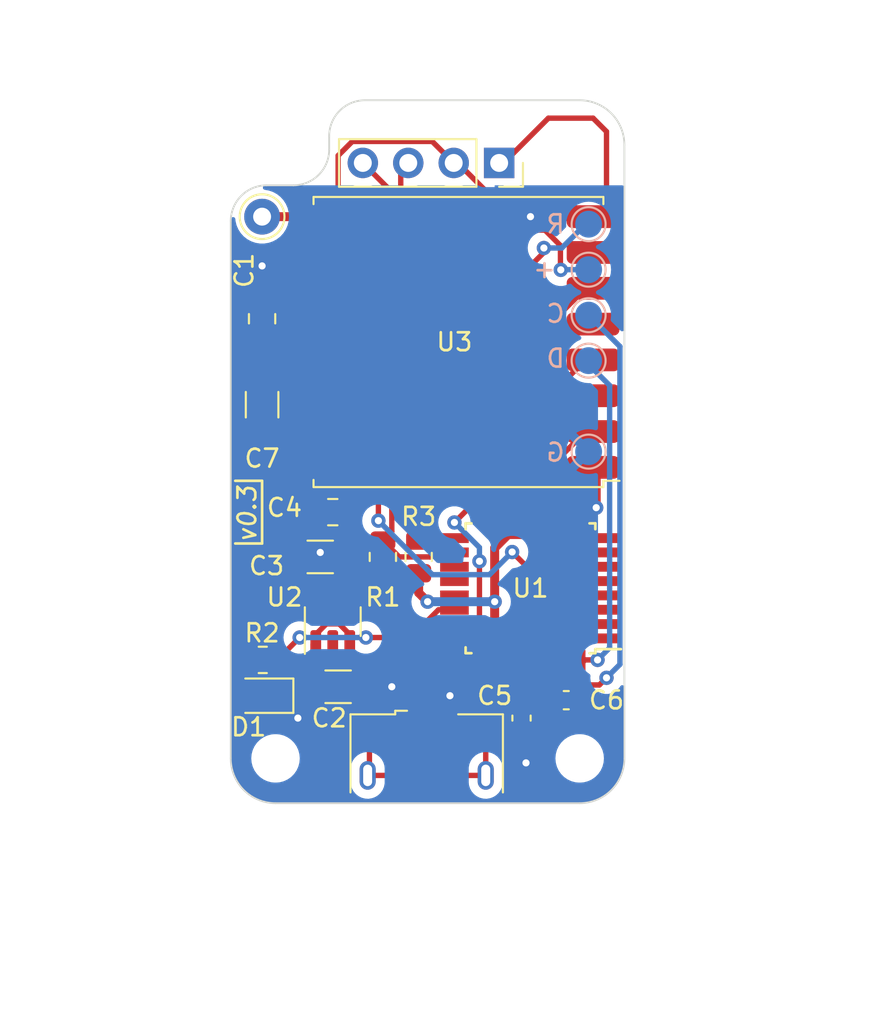
<source format=kicad_pcb>
(kicad_pcb (version 20221018) (generator pcbnew)
  (layers (0 "F.Cu" signal) (31 "B.Cu" signal) (34 "B.Paste" user) (35 "F.Paste" user) (36 "B.SilkS" user "B.Silkscreen") (37 "F.SilkS" user "F.Silkscreen") (38 "B.Mask" user) (39 "F.Mask" user) (44 "Edge.Cuts" user))
  (net 0 "")
  (net 1 "+5V")
  (net 2 "GND")
  (net 3 "+3.3V")
  (net 4 "/SWDIO")
  (net 5 "/SDA")
  (net 6 "/SCL")
  (net 7 "/D-")
  (net 8 "/D+")
  (net 17 "/RESET")
  (net 18 "/SWCLK")
  (net 20 "/MISO")
  (net 21 "/MOSI")
  (net 22 "/SCK")
  (net 23 "/CSN")
  (net 24 "/RST")
  (net 26 "/ANT")
  (net 29 "/INTR")
  (net 35 "/LED")
  (net 36 "/LED_PIN")
  (net 37 "/VDDCORE")
  (net 38 "unconnected-(J3-Shield-Pad6)")
  (footprint "Capacitor_SMD:C_1206_3216Metric" (layer "F.Cu") (at 134.25 93.25)
    (fp_text reference "C2" (at -0.5 1.75) (layer "F.SilkS"))
    (fp_text value "10uF")
    (fp_line (start -0.711252 -0.91) (end 0.711252 -0.91) (stroke (width 0.12)) (layer "F.SilkS"))
    (fp_line (start -0.711252 0.91) (end 0.711252 0.91) (stroke (width 0.12)) (layer "F.SilkS"))
    (pad "1" smd roundrect (at -1.475 0) (size 1.15 1.8) (layers "F.Cu" "F.Paste" "F.Mask") (roundrect_rratio 0.217391) (net 1 "+5V"))
    (pad "2" smd roundrect (at 1.475 0) (size 1.15 1.8) (layers "F.Cu" "F.Paste" "F.Mask") (roundrect_rratio 0.217391) (net 2 "GND"))
  )
  (footprint "Resistor_SMD:R_0805_2012Metric" (layer "F.Cu") (at 138.75 86 90)
    (fp_text reference "R3" (at 2.25 0 180) (layer "F.SilkS"))
    (fp_text value "10k")
    (fp_line (start -0.227064 -0.735) (end 0.227064 -0.735) (stroke (width 0.12)) (layer "F.SilkS"))
    (fp_line (start -0.227064 0.735) (end 0.227064 0.735) (stroke (width 0.12)) (layer "F.SilkS"))
    (pad "1" smd roundrect (at -0.9125 0 90) (size 1.025 1.4) (layers "F.Cu" "F.Paste" "F.Mask") (roundrect_rratio 0.243902) (net 3 "+3.3V"))
    (pad "2" smd roundrect (at 0.9125 0 90) (size 1.025 1.4) (layers "F.Cu" "F.Paste" "F.Mask") (roundrect_rratio 0.243902) (net 5 "/SDA"))
  )
  (footprint "Connector_Pin:Pin_D1.0mm_L10.0mm" (layer "F.Cu") (at 130 67)
    (fp_text reference "ANT1")
    (fp_text value "Conn_01x01_Pin")
    (fp_circle (center 0 0) (end 1.25 0.05) (stroke (width 0.12)) (fill none) (layer "F.SilkS"))
    (pad "1" thru_hole circle (at 0 0) (size 2 2) (drill 1) (layers "*.Cu" "*.Mask") (net 26 "/ANT"))
  )
  (footprint "Resistor_SMD:R_0805_2012Metric" (layer "F.Cu") (at 130.0375 91.75)
    (fp_text reference "R2" (at -0.0375 -1.5 180) (layer "F.SilkS"))
    (fp_text value "5.1k")
    (fp_line (start -0.227064 -0.735) (end 0.227064 -0.735) (stroke (width 0.12)) (layer "F.SilkS"))
    (fp_line (start -0.227064 0.735) (end 0.227064 0.735) (stroke (width 0.12)) (layer "F.SilkS"))
    (pad "1" smd roundrect (at -0.9125 0) (size 1.025 1.4) (layers "F.Cu" "F.Paste" "F.Mask") (roundrect_rratio 0.243902) (net 35 "/LED"))
    (pad "2" smd roundrect (at 0.9125 0) (size 1.025 1.4) (layers "F.Cu" "F.Paste" "F.Mask") (roundrect_rratio 0.243902) (net 36 "/LED_PIN"))
  )
  (footprint "MountingHole:MountingHole_2.2mm_M2" (layer "F.Cu") (at 147.75 97.25)
    (fp_text reference "H3" hide)
    (fp_text value "MountingHole")
    (pad "" np_thru_hole circle (at 0 0) (size 2.2 2.2) (drill 2.2) (layers "*.Cu" "*.Mask"))
  )
  (footprint "Connector_PinSocket_2.54mm:PinSocket_1x04_P2.54mm_Vertical" (layer "F.Cu") (at 143.25 64 -90)
    (fp_text reference "J1")
    (fp_text value "Conn_01x04_Socket")
    (fp_line (start -1.33 1.27) (end -1.33 8.95) (stroke (width 0.12)) (layer "F.SilkS"))
    (fp_line (start -1.33 1.27) (end 1.33 1.27) (stroke (width 0.12)) (layer "F.SilkS"))
    (fp_line (start -1.33 8.95) (end 1.33 8.95) (stroke (width 0.12)) (layer "F.SilkS"))
    (fp_line (start 0 -1.33) (end 1.33 -1.33) (stroke (width 0.12)) (layer "F.SilkS"))
    (fp_line (start 1.33 -1.33) (end 1.33 0) (stroke (width 0.12)) (layer "F.SilkS"))
    (fp_line (start 1.33 1.27) (end 1.33 8.95) (stroke (width 0.12)) (layer "F.SilkS"))
    (pad "1" thru_hole rect (at 0 0 270) (size 1.7 1.7) (drill 1) (layers "*.Cu" "*.Mask") (net 2 "GND"))
    (pad "2" thru_hole oval (at 0 2.54 270) (size 1.7 1.7) (drill 1) (layers "*.Cu" "*.Mask") (net 3 "+3.3V"))
    (pad "3" thru_hole oval (at 0 5.08 270) (size 1.7 1.7) (drill 1) (layers "*.Cu" "*.Mask") (net 5 "/SDA"))
    (pad "4" thru_hole oval (at 0 7.62 270) (size 1.7 1.7) (drill 1) (layers "*.Cu" "*.Mask") (net 6 "/SCL"))
  )
  (footprint "LED_SMD:LED_0805_2012Metric" (layer "F.Cu") (at 130.0625 93.75 180)
    (fp_text reference "D1" (at 0.8125 -1.75 180) (layer "F.SilkS"))
    (fp_text value "LED")
    (fp_line (start -1.685 -0.96) (end -1.685 0.96) (stroke (width 0.12)) (layer "F.SilkS"))
    (fp_line (start -1.685 0.96) (end 1 0.96) (stroke (width 0.12)) (layer "F.SilkS"))
    (fp_line (start 1 -0.96) (end -1.685 -0.96) (stroke (width 0.12)) (layer "F.SilkS"))
    (pad "1" smd roundrect (at -0.9375 0 180) (size 0.975 1.4) (layers "F.Cu" "F.Paste" "F.Mask") (net 2 "GND"))
    (pad "2" smd roundrect (at 0.9375 0 180) (size 0.975 1.4) (layers "F.Cu" "F.Paste" "F.Mask") (net 35 "/LED"))
  )
  (footprint "RF_Module:HOPERF_RFM9XW_SMD" (layer "F.Cu") (at 140.975 74 180)
    (fp_text reference "U3" (at 0.225 0) (layer "F.SilkS"))
    (fp_text value "RFM69HCW")
    (fp_line (start -8.1 -8.1) (end -8.1 -7.75) (stroke (width 0.12)) (layer "F.SilkS"))
    (fp_line (start -8.1 -8.1) (end 8.1 -8.1) (stroke (width 0.12)) (layer "F.SilkS"))
    (fp_line (start -8.1 -7.75) (end -9 -7.75) (stroke (width 0.12)) (layer "F.SilkS"))
    (fp_line (start -8.1 7.7) (end -8.1 8.1) (stroke (width 0.12)) (layer "F.SilkS"))
    (fp_line (start -8.1 8.1) (end 8.1 8.1) (stroke (width 0.12)) (layer "F.SilkS"))
    (fp_line (start 8.1 -8.1) (end 8.1 -7.7) (stroke (width 0.12)) (layer "F.SilkS"))
    (fp_line (start 8.1 8.1) (end 8.1 7.7) (stroke (width 0.12)) (layer "F.SilkS"))
    (pad "1" smd roundrect (at -7.525 -7 180) (size 2.95 1.27) (layers "F.Cu" "F.Paste" "F.Mask") (net 2 "GND"))
    (pad "2" smd roundrect (at -7.525 -5 180) (size 2.95 1.27) (layers "F.Cu" "F.Paste" "F.Mask") (net 20 "/MISO"))
    (pad "3" smd roundrect (at -7.525 -3 180) (size 2.95 1.27) (layers "F.Cu" "F.Paste" "F.Mask") (net 21 "/MOSI"))
    (pad "4" smd roundrect (at -7.525 -1 180) (size 2.95 1.27) (layers "F.Cu" "F.Paste" "F.Mask") (net 22 "/SCK"))
    (pad "5" smd roundrect (at -7.525 1 180) (size 2.95 1.27) (layers "F.Cu" "F.Paste" "F.Mask") (net 23 "/CSN"))
    (pad "6" smd roundrect (at -7.525 3 180) (size 2.95 1.27) (layers "F.Cu" "F.Paste" "F.Mask") (net 24 "/RST"))
    (pad "7" smd roundrect (at -7.525 5 180) (size 2.95 1.27) (layers "F.Cu" "F.Paste" "F.Mask"))
    (pad "8" smd roundrect (at -7.525 7 180) (size 2.95 1.27) (layers "F.Cu" "F.Paste" "F.Mask") (net 2 "GND"))
    (pad "9" smd roundrect (at 7.525 7 180) (size 2.95 1.27) (layers "F.Cu" "F.Paste" "F.Mask") (net 26 "/ANT"))
    (pad "10" smd roundrect (at 7.525 5 180) (size 2.95 1.27) (layers "F.Cu" "F.Paste" "F.Mask") (net 2 "GND"))
    (pad "11" smd roundrect (at 7.525 3 180) (size 2.95 1.27) (layers "F.Cu" "F.Paste" "F.Mask"))
    (pad "12" smd roundrect (at 7.525 1 180) (size 2.95 1.27) (layers "F.Cu" "F.Paste" "F.Mask"))
    (pad "13" smd roundrect (at 7.525 -1 180) (size 2.95 1.27) (layers "F.Cu" "F.Paste" "F.Mask") (net 3 "+3.3V"))
    (pad "14" smd roundrect (at 7.525 -3 180) (size 2.95 1.27) (layers "F.Cu" "F.Paste" "F.Mask") (net 29 "/INTR"))
    (pad "15" smd roundrect (at 7.525 -5 180) (size 2.95 1.27) (layers "F.Cu" "F.Paste" "F.Mask"))
    (pad "16" smd roundrect (at 7.525 -7 180) (size 2.95 1.27) (layers "F.Cu" "F.Paste" "F.Mask"))
  )
  (footprint "Capacitor_SMD:C_0603_1608Metric" (layer "F.Cu") (at 144.5 95 -90)
    (fp_text reference "C5" (at -1.25 1.5 -180) (layer "F.SilkS"))
    (fp_text value "1uF")
    (fp_line (start -0.14058 -0.51) (end 0.14058 -0.51) (stroke (width 0.12)) (layer "F.SilkS"))
    (fp_line (start -0.14058 0.51) (end 0.14058 0.51) (stroke (width 0.12)) (layer "F.SilkS"))
    (pad "1" smd roundrect (at -0.775 0 270) (size 0.9 0.95) (layers "F.Cu" "F.Paste" "F.Mask") (net 37 "/VDDCORE"))
    (pad "2" smd roundrect (at 0.775 0 270) (size 0.9 0.95) (layers "F.Cu" "F.Paste" "F.Mask") (net 2 "GND"))
  )
  (footprint "Package_TO_SOT_SMD:SOT-23-5" (layer "F.Cu") (at 133.95 89.6125 90)
    (fp_text reference "U2" (at 1.3625 -2.7) (layer "F.SilkS"))
    (fp_text value "AP2112K-3.3")
    (fp_line (start 0 -1.56) (end -1.8 -1.56) (stroke (width 0.12)) (layer "F.SilkS"))
    (fp_line (start 0 -1.56) (end 0.8 -1.56) (stroke (width 0.12)) (layer "F.SilkS"))
    (fp_line (start 0 1.56) (end -0.8 1.56) (stroke (width 0.12)) (layer "F.SilkS"))
    (fp_line (start 0 1.56) (end 0.8 1.56) (stroke (width 0.12)) (layer "F.SilkS"))
    (pad "1" smd roundrect (at -1.1375 -0.95 90) (size 1.325 0.6) (layers "F.Cu" "F.Paste" "F.Mask") (net 1 "+5V"))
    (pad "2" smd roundrect (at -1.1375 0 90) (size 1.325 0.6) (layers "F.Cu" "F.Paste" "F.Mask") (net 2 "GND"))
    (pad "3" smd roundrect (at -1.1375 0.95 90) (size 1.325 0.6) (layers "F.Cu" "F.Paste" "F.Mask") (net 1 "+5V"))
    (pad "4" smd roundrect (at 1.1375 0.95 90) (size 1.325 0.6) (layers "F.Cu" "F.Paste" "F.Mask"))
    (pad "5" smd roundrect (at 1.1375 -0.95 90) (size 1.325 0.6) (layers "F.Cu" "F.Paste" "F.Mask") (net 3 "+3.3V"))
  )
  (footprint "MountingHole:MountingHole_2.2mm_M2" (layer "F.Cu") (at 147.75 63)
    (fp_text reference "H1" hide)
    (fp_text value "MountingHole")
    (pad "" np_thru_hole circle (at 0 0) (size 2.2 2.2) (drill 2.2) (layers "*.Cu" "*.Mask"))
  )
  (footprint "Connector_USB:USB_Micro-B_Amphenol_10118193-0001LF_Horizontal" (layer "F.Cu") (at 139.2 98.2)
    (fp_text reference "J3")
    (fp_text value "USB_B_Micro")
    (fp_line (start -4.26 -3.41) (end -4.26 0.95) (stroke (width 0.12)) (layer "F.SilkS"))
    (fp_line (start -4.26 -3.41) (end -1.76 -3.41) (stroke (width 0.12)) (layer "F.SilkS"))
    (fp_line (start -1.76 -3.41) (end -1.76 -3.61) (stroke (width 0.12)) (layer "F.SilkS"))
    (fp_line (start -1.1 -3.61) (end -1.76 -3.61) (stroke (width 0.12)) (layer "F.SilkS"))
    (fp_line (start 1.76 -3.41) (end 4.26 -3.41) (stroke (width 0.12)) (layer "F.SilkS"))
    (fp_line (start 4.26 -3.41) (end 4.26 0.95) (stroke (width 0.12)) (layer "F.SilkS"))
    (pad "1" smd roundrect (at -1.3 -2.675) (size 0.4 1.35) (layers "F.Cu" "F.Paste" "F.Mask") (net 1 "+5V"))
    (pad "2" smd roundrect (at -0.65 -2.675) (size 0.4 1.35) (layers "F.Cu" "F.Paste" "F.Mask") (net 7 "/D-"))
    (pad "3" smd roundrect (at 0 -2.675) (size 0.4 1.35) (layers "F.Cu" "F.Paste" "F.Mask") (net 8 "/D+"))
    (pad "4" smd roundrect (at 0.65 -2.675) (size 0.4 1.35) (layers "F.Cu" "F.Paste" "F.Mask"))
    (pad "5" smd roundrect (at 1.3 -2.675) (size 0.4 1.35) (layers "F.Cu" "F.Paste" "F.Mask") (net 2 "GND"))
    (pad "6" thru_hole oval (at -3.3 0 90) (size 1.6 0.9) (drill oval 1.2 0.5) (layers "*.Cu" "*.Mask" "F.Paste") (net 38 "unconnected-(J3-Shield-Pad6)"))
    (pad "6" smd roundrect (at -3.2 -2.45) (size 1.6 1.4) (layers "F.Cu" "F.Paste" "F.Mask") (roundrect_rratio 0.1785714286) (net 38 "unconnected-(J3-Shield-Pad6)"))
    (pad "6" smd roundrect (at -1.2 0) (size 1.9 1.9) (layers "F.Cu" "F.Paste" "F.Mask") (roundrect_rratio 0.1315789474) (net 38 "unconnected-(J3-Shield-Pad6)"))
    (pad "6" smd roundrect (at 1.2 0) (size 1.9 1.9) (layers "F.Cu" "F.Paste" "F.Mask") (roundrect_rratio 0.1315789474) (net 38 "unconnected-(J3-Shield-Pad6)"))
    (pad "6" smd roundrect (at 3.2 -2.45) (size 1.6 1.4) (layers "F.Cu" "F.Paste" "F.Mask") (roundrect_rratio 0.1785714286) (net 38 "unconnected-(J3-Shield-Pad6)"))
    (pad "6" thru_hole oval (at 3.3 0 90) (size 1.6 0.9) (drill oval 1.2 0.5) (layers "*.Cu" "*.Mask" "F.Paste") (net 38 "unconnected-(J3-Shield-Pad6)"))
  )
  (footprint "Capacitor_SMD:C_0603_1608Metric" (layer "F.Cu") (at 147 94)
    (fp_text reference "C6" (at 2.25 0) (layer "F.SilkS"))
    (fp_text value "0.1uF")
    (fp_line (start -0.14058 -0.51) (end 0.14058 -0.51) (stroke (width 0.12)) (layer "F.SilkS"))
    (fp_line (start -0.14058 0.51) (end 0.14058 0.51) (stroke (width 0.12)) (layer "F.SilkS"))
    (pad "1" smd roundrect (at -0.775 0) (size 0.9 0.95) (layers "F.Cu" "F.Paste" "F.Mask") (net 3 "+3.3V"))
    (pad "2" smd roundrect (at 0.775 0) (size 0.9 0.95) (layers "F.Cu" "F.Paste" "F.Mask") (net 2 "GND"))
  )
  (footprint "MountingHole:MountingHole_2.2mm_M2" (layer "F.Cu") (at 130.75 97.25)
    (fp_text reference "H4" hide)
    (fp_text value "MountingHole")
    (pad "" np_thru_hole circle (at 0 0) (size 2.2 2.2) (drill 2.2) (layers "*.Cu" "*.Mask"))
  )
  (footprint "Capacitor_SMD:C_1206_3216Metric" (layer "F.Cu") (at 130 77.5 -90)
    (fp_text reference "C7" (at 3 0) (layer "F.SilkS"))
    (fp_text value "10uF")
    (fp_line (start -0.711252 -0.91) (end 0.711252 -0.91) (stroke (width 0.12)) (layer "F.SilkS"))
    (fp_line (start -0.711252 0.91) (end 0.711252 0.91) (stroke (width 0.12)) (layer "F.SilkS"))
    (pad "1" smd roundrect (at -1.475 0 270) (size 1.15 1.8) (layers "F.Cu" "F.Paste" "F.Mask") (roundrect_rratio 0.217391) (net 3 "+3.3V"))
    (pad "2" smd roundrect (at 1.475 0 270) (size 1.15 1.8) (layers "F.Cu" "F.Paste" "F.Mask") (roundrect_rratio 0.217391) (net 2 "GND"))
  )
  (footprint "Capacitor_SMD:C_0805_2012Metric" (layer "F.Cu") (at 133.95 83.5)
    (fp_text reference "C4" (at -2.7 -0.25) (layer "F.SilkS"))
    (fp_text value "1uF")
    (fp_line (start -0.261252 -0.735) (end 0.261252 -0.735) (stroke (width 0.12)) (layer "F.SilkS"))
    (fp_line (start -0.261252 0.735) (end 0.261252 0.735) (stroke (width 0.12)) (layer "F.SilkS"))
    (pad "1" smd roundrect (at -0.95 0) (size 1 1.45) (layers "F.Cu" "F.Paste" "F.Mask") (net 3 "+3.3V"))
    (pad "2" smd roundrect (at 0.95 0) (size 1 1.45) (layers "F.Cu" "F.Paste" "F.Mask") (net 2 "GND"))
  )
  (footprint "Package_QFP:TQFP-32_7x7mm_P0.8mm" (layer "F.Cu") (at 145 87.75 180)
    (fp_text reference "U1" (at 0 0) (layer "F.SilkS"))
    (fp_text value "ATSAMD21E18A-A")
    (fp_line (start -3.625 -3.625) (end -3.625 -3.4) (stroke (width 0.15)) (layer "F.SilkS"))
    (fp_line (start -3.625 -3.625) (end -3.3 -3.625) (stroke (width 0.15)) (layer "F.SilkS"))
    (fp_line (start -3.625 -3.4) (end -5.05 -3.4) (stroke (width 0.15)) (layer "F.SilkS"))
    (fp_line (start -3.625 3.625) (end -3.625 3.3) (stroke (width 0.15)) (layer "F.SilkS"))
    (fp_line (start -3.625 3.625) (end -3.3 3.625) (stroke (width 0.15)) (layer "F.SilkS"))
    (fp_line (start 3.625 -3.625) (end 3.3 -3.625) (stroke (width 0.15)) (layer "F.SilkS"))
    (fp_line (start 3.625 -3.625) (end 3.625 -3.3) (stroke (width 0.15)) (layer "F.SilkS"))
    (fp_line (start 3.625 3.625) (end 3.3 3.625) (stroke (width 0.15)) (layer "F.SilkS"))
    (fp_line (start 3.625 3.625) (end 3.625 3.3) (stroke (width 0.15)) (layer "F.SilkS"))
    (pad "1" smd rect (at -4.25 -2.8 180) (size 1.6 0.55) (layers "F.Cu" "F.Paste" "F.Mask"))
    (pad "2" smd rect (at -4.25 -2 180) (size 1.6 0.55) (layers "F.Cu" "F.Paste" "F.Mask"))
    (pad "3" smd rect (at -4.25 -1.2 180) (size 1.6 0.55) (layers "F.Cu" "F.Paste" "F.Mask"))
    (pad "4" smd rect (at -4.25 -0.4 180) (size 1.6 0.55) (layers "F.Cu" "F.Paste" "F.Mask") (net 29 "/INTR"))
    (pad "5" smd rect (at -4.25 0.4 180) (size 1.6 0.55) (layers "F.Cu" "F.Paste" "F.Mask"))
    (pad "6" smd rect (at -4.25 1.2 180) (size 1.6 0.55) (layers "F.Cu" "F.Paste" "F.Mask"))
    (pad "7" smd rect (at -4.25 2 180) (size 1.6 0.55) (layers "F.Cu" "F.Paste" "F.Mask"))
    (pad "8" smd rect (at -4.25 2.8 180) (size 1.6 0.55) (layers "F.Cu" "F.Paste" "F.Mask"))
    (pad "9" smd rect (at -2.8 4.25 270) (size 1.6 0.55) (layers "F.Cu" "F.Paste" "F.Mask") (net 3 "+3.3V"))
    (pad "10" smd rect (at -2 4.25 270) (size 1.6 0.55) (layers "F.Cu" "F.Paste" "F.Mask") (net 2 "GND"))
    (pad "11" smd rect (at -1.2 4.25 270) (size 1.6 0.55) (layers "F.Cu" "F.Paste" "F.Mask"))
    (pad "12" smd rect (at -0.4 4.25 270) (size 1.6 0.55) (layers "F.Cu" "F.Paste" "F.Mask") (net 20 "/MISO"))
    (pad "13" smd rect (at 0.4 4.25 270) (size 1.6 0.55) (layers "F.Cu" "F.Paste" "F.Mask") (net 21 "/MOSI"))
    (pad "14" smd rect (at 1.2 4.25 270) (size 1.6 0.55) (layers "F.Cu" "F.Paste" "F.Mask") (net 22 "/SCK"))
    (pad "15" smd rect (at 2 4.25 270) (size 1.6 0.55) (layers "F.Cu" "F.Paste" "F.Mask") (net 23 "/CSN"))
    (pad "16" smd rect (at 2.8 4.25 270) (size 1.6 0.55) (layers "F.Cu" "F.Paste" "F.Mask") (net 24 "/RST"))
    (pad "17" smd rect (at 4.25 2.8 180) (size 1.6 0.55) (layers "F.Cu" "F.Paste" "F.Mask") (net 5 "/SDA"))
    (pad "18" smd rect (at 4.25 2 180) (size 1.6 0.55) (layers "F.Cu" "F.Paste" "F.Mask") (net 6 "/SCL"))
    (pad "19" smd rect (at 4.25 1.2 180) (size 1.6 0.55) (layers "F.Cu" "F.Paste" "F.Mask"))
    (pad "20" smd rect (at 4.25 0.4 180) (size 1.6 0.55) (layers "F.Cu" "F.Paste" "F.Mask"))
    (pad "21" smd rect (at 4.25 -0.4 180) (size 1.6 0.55) (layers "F.Cu" "F.Paste" "F.Mask"))
    (pad "22" smd rect (at 4.25 -1.2 180) (size 1.6 0.55) (layers "F.Cu" "F.Paste" "F.Mask") (net 36 "/LED_PIN"))
    (pad "23" smd rect (at 4.25 -2 180) (size 1.6 0.55) (layers "F.Cu" "F.Paste" "F.Mask") (net 7 "/D-"))
    (pad "24" smd rect (at 4.25 -2.8 180) (size 1.6 0.55) (layers "F.Cu" "F.Paste" "F.Mask") (net 8 "/D+"))
    (pad "25" smd rect (at 2.8 -4.25 270) (size 1.6 0.55) (layers "F.Cu" "F.Paste" "F.Mask"))
    (pad "26" smd rect (at 2 -4.25 270) (size 1.6 0.55) (layers "F.Cu" "F.Paste" "F.Mask") (net 17 "/RESET"))
    (pad "27" smd rect (at 1.2 -4.25 270) (size 1.6 0.55) (layers "F.Cu" "F.Paste" "F.Mask"))
    (pad "28" smd rect (at 0.4 -4.25 270) (size 1.6 0.55) (layers "F.Cu" "F.Paste" "F.Mask") (net 2 "GND"))
    (pad "29" smd rect (at -0.4 -4.25 270) (size 1.6 0.55) (layers "F.Cu" "F.Paste" "F.Mask") (net 37 "/VDDCORE"))
    (pad "30" smd rect (at -1.2 -4.25 270) (size 1.6 0.55) (layers "F.Cu" "F.Paste" "F.Mask") (net 3 "+3.3V"))
    (pad "31" smd rect (at -2 -4.25 270) (size 1.6 0.55) (layers "F.Cu" "F.Paste" "F.Mask") (net 18 "/SWCLK"))
    (pad "32" smd rect (at -2.8 -4.25 270) (size 1.6 0.55) (layers "F.Cu" "F.Paste" "F.Mask") (net 4 "/SWDIO"))
  )
  (footprint "Resistor_SMD:R_0805_2012Metric" (layer "F.Cu") (at 136.75 86 90)
    (fp_text reference "R1" (at -2.25 0 180) (layer "F.SilkS"))
    (fp_text value "10k")
    (fp_line (start -0.227064 -0.735) (end 0.227064 -0.735) (stroke (width 0.12)) (layer "F.SilkS"))
    (fp_line (start -0.227064 0.735) (end 0.227064 0.735) (stroke (width 0.12)) (layer "F.SilkS"))
    (pad "1" smd roundrect (at -0.9125 0 90) (size 1.025 1.4) (layers "F.Cu" "F.Paste" "F.Mask") (roundrect_rratio 0.243902) (net 3 "+3.3V"))
    (pad "2" smd roundrect (at 0.9125 0 90) (size 1.025 1.4) (layers "F.Cu" "F.Paste" "F.Mask") (roundrect_rratio 0.243902) (net 6 "/SCL"))
  )
  (footprint "Capacitor_SMD:C_0805_2012Metric" (layer "F.Cu") (at 130 72.7 90)
    (fp_text reference "C1" (at 2.7 -1 90) (layer "F.SilkS"))
    (fp_text value "0.1uF")
    (fp_line (start -0.261252 -0.735) (end 0.261252 -0.735) (stroke (width 0.12)) (layer "F.SilkS"))
    (fp_line (start -0.261252 0.735) (end 0.261252 0.735) (stroke (width 0.12)) (layer "F.SilkS"))
    (pad "1" smd roundrect (at -0.95 0 90) (size 1 1.45) (layers "F.Cu" "F.Paste" "F.Mask") (net 3 "+3.3V"))
    (pad "2" smd roundrect (at 0.95 0 90) (size 1 1.45) (layers "F.Cu" "F.Paste" "F.Mask") (net 2 "GND"))
  )
  (footprint "Capacitor_SMD:C_1206_3216Metric" (layer "F.Cu") (at 133.25 86)
    (fp_text reference "C3" (at -3 0.5) (layer "F.SilkS"))
    (fp_text value "10uF")
    (fp_line (start -0.711252 -0.91) (end 0.711252 -0.91) (stroke (width 0.12)) (layer "F.SilkS"))
    (fp_line (start -0.711252 0.91) (end 0.711252 0.91) (stroke (width 0.12)) (layer "F.SilkS"))
    (pad "1" smd roundrect (at -1.475 0) (size 1.15 1.8) (layers "F.Cu" "F.Paste" "F.Mask") (roundrect_rratio 0.217391) (net 3 "+3.3V"))
    (pad "2" smd roundrect (at 1.475 0) (size 1.15 1.8) (layers "F.Cu" "F.Paste" "F.Mask") (roundrect_rratio 0.217391) (net 2 "GND"))
  )
  (footprint "TestPoint:TestPoint_Pad_D1.5mm" (layer "B.Cu") (at 148.25 72.5 180)
    (fp_text reference "TP3")
    (fp_text value "TestPoint")
    (fp_circle (center 0 0) (end 0 -0.95) (stroke (width 0.12)) (fill none) (layer "B.SilkS"))
    (pad "1" smd circle (at 0 0 180) (size 1.5 1.5) (layers "B.Cu" "B.Mask") (net 18 "/SWCLK"))
  )
  (footprint "TestPoint:TestPoint_Pad_D1.5mm" (layer "B.Cu") (at 148.25 69.96 180)
    (fp_text reference "TP2")
    (fp_text value "TestPoint")
    (fp_circle (center 0 0) (end 0 -0.95) (stroke (width 0.12)) (fill none) (layer "B.SilkS"))
    (pad "1" smd circle (at 0 0 180) (size 1.5 1.5) (layers "B.Cu" "B.Mask") (net 3 "+3.3V"))
  )
  (footprint "TestPoint:TestPoint_Pad_D1.5mm" (layer "B.Cu") (at 148.25 80.12 180)
    (fp_text reference "TP5")
    (fp_text value "TestPoint")
    (fp_circle (center 0 0) (end 0 -0.95) (stroke (width 0.12)) (fill none) (layer "B.SilkS"))
    (pad "1" smd circle (at 0 0 180) (size 1.5 1.5) (layers "B.Cu" "B.Mask") (net 2 "GND"))
  )
  (footprint "TestPoint:TestPoint_Pad_D1.5mm" (layer "B.Cu") (at 148.25 67.42 180)
    (fp_text reference "TP1")
    (fp_text value "TestPoint")
    (fp_circle (center 0 0) (end 0 -0.95) (stroke (width 0.12)) (fill none) (layer "B.SilkS"))
    (pad "1" smd circle (at 0 0 180) (size 1.5 1.5) (layers "B.Cu" "B.Mask") (net 17 "/RESET"))
  )
  (footprint "TestPoint:TestPoint_Pad_D1.5mm" (layer "B.Cu") (at 148.25 75.04 180)
    (fp_text reference "TP4")
    (fp_text value "TestPoint")
    (fp_circle (center 0 0) (end 0 -0.95) (stroke (width 0.12)) (fill none) (layer "B.SilkS"))
    (pad "1" smd circle (at 0 0 180) (size 1.5 1.5) (layers "B.Cu" "B.Mask") (net 4 "/SWDIO"))
  )
  (gr_line (start 130 85.25) (end 128.5 85.25) (stroke (width 0.15)) (layer "F.SilkS"))
  (gr_line (start 128.5 81.75) (end 130 81.75) (stroke (width 0.15)) (layer "F.SilkS"))
  (gr_line (start 130 81.75) (end 130 85.25) (stroke (width 0.15)) (layer "F.SilkS"))
  (gr_arc (start 133.75 62.5) (mid 134.335786 61.085786) (end 135.75 60.5) (stroke (width 0.1)) (layer "Edge.Cuts"))
  (gr_arc (start 147.75 60.5) (mid 149.517767 61.232233) (end 150.25 63) (stroke (width 0.1)) (layer "Edge.Cuts"))
  (gr_line (start 147.75 60.5) (end 135.75 60.5) (stroke (width 0.1)) (layer "Edge.Cuts"))
  (gr_arc (start 133.75 63.25) (mid 133.164214 64.664214) (end 131.75 65.25) (stroke (width 0.1)) (layer "Edge.Cuts"))
  (gr_line (start 130.25 65.25) (end 131.75 65.25) (stroke (width 0.1)) (layer "Edge.Cuts"))
  (gr_line (start 133.75 63.25) (end 133.75 62.5) (stroke (width 0.1)) (layer "Edge.Cuts"))
  (gr_arc (start 130.75 99.75) (mid 128.982233 99.017767) (end 128.25 97.25) (stroke (width 0.1)) (layer "Edge.Cuts"))
  (gr_line (start 128.25 97.25) (end 128.25 67.25) (stroke (width 0.1)) (layer "Edge.Cuts"))
  (gr_line (start 131.75 65.25) (end 131.75 65.25) (stroke (width 0.1)) (layer "Edge.Cuts"))
  (gr_line (start 150.25 63) (end 150.25 97.25) (stroke (width 0.1)) (layer "Edge.Cuts"))
  (gr_arc (start 150.25 97.25) (mid 149.517767 99.017767) (end 147.75 99.75) (stroke (width 0.1)) (layer "Edge.Cuts"))
  (gr_line (start 147.75 99.75) (end 130.75 99.75) (stroke (width 0.1)) (layer "Edge.Cuts"))
  (gr_arc (start 128.25 67.25) (mid 128.835786 65.835786) (end 130.25 65.25) (stroke (width 0.1)) (layer "Edge.Cuts"))
  (gr_text "C" (at 147 73) (layer "B.SilkS") (effects (font (size 1 1)) (justify left bottom mirror)))
  (gr_text "R" (at 147 68) (layer "B.SilkS") (effects (font (size 1 1)) (justify left bottom mirror)))
  (gr_text "D" (at 147 75.5) (layer "B.SilkS") (effects (font (size 1 1)) (justify left bottom mirror)))
  (gr_text "G" (at 147 80.75) (layer "B.SilkS") (effects (font (size 1 1)) (justify left bottom mirror)))
  (gr_text "+" (at 146.5 70.5) (layer "B.SilkS") (effects (font (size 1 1)) (justify left bottom mirror)))
  (gr_text "v0.3" (at 129.75 85.25 90) (layer "F.SilkS") (effects (font (size 1 1) (thickness 0.15) italic) (justify left bottom)))
  (segment (start 133 90.330393) (end 133.592893 89.7375) (width 0.3) (layer "F.Cu") (net 1))
  (segment (start 134.307107 89.7375) (end 134.9 90.330393) (width 0.3) (layer "F.Cu") (net 1))
  (segment (start 132.85 92.75) (end 132.85 90.9) (width 0.3) (layer "F.Cu") (net 1))
  (segment (start 132.85 90.9) (end 133 90.75) (width 0.3) (layer "F.Cu") (net 1))
  (segment (start 133 90.75) (end 133 90.330393) (width 0.3) (layer "F.Cu") (net 1))
  (segment (start 132.85 92.75) (end 134.8 94.7) (width 0.3) (layer "F.Cu") (net 1))
  (segment (start 134.9 90.330393) (end 134.9 90.75) (width 0.3) (layer "F.Cu") (net 1))
  (segment (start 134.8 94.7) (end 137.075 94.7) (width 0.3) (layer "F.Cu") (net 1))
  (segment (start 133.592893 89.7375) (end 134.307107 89.7375) (width 0.3) (layer "F.Cu") (net 1))
  (segment (start 137.075 94.7) (end 137.9 95.525) (width 0.3) (layer "F.Cu") (net 1))
  (segment (start 135.25 93.25) (end 133.95 91.95) (width 0.5) (layer "F.Cu") (net 2))
  (segment (start 148.5 67) (end 145 67) (width 0.5) (layer "F.Cu") (net 2))
  (segment (start 143.5 64) (end 146 61.5) (width 0.3) (layer "F.Cu") (net 2))
  (segment (start 144.6 92) (end 144.6 93.13505) (width 0.5) (layer "F.Cu") (net 2))
  (segment (start 144.75 97.5) (end 144.5 97.25) (width 0.5) (layer "F.Cu") (net 2))
  (segment (start 130 71.75) (end 130 69.75) (width 0.5) (layer "F.Cu") (net 2))
  (segment (start 148.674502 81.174502) (end 148.5 81) (width 0.5) (layer "F.Cu") (net 2))
  (segment (start 143.575 94.85) (end 144.5 95.775) (width 0.5) (layer "F.Cu") (net 2))
  (segment (start 147 82.5) (end 148.5 81) (width 0.5) (layer "F.Cu") (net 2))
  (segment (start 147 83.5) (end 147 82.5) (width 0.5) (layer "F.Cu") (net 2))
  (segment (start 144.6 93.13505) (end 144.41005 93.325) (width 0.5) (layer "F.Cu") (net 2))
  (segment (start 143.25 64) (end 143.5 64) (width 0.3) (layer "F.Cu") (net 2))
  (segment (start 146 95.775) (end 147.775 94) (width 0.5) (layer "F.Cu") (net 2))
  (segment (start 149.25 66.25) (end 148.5 67) (width 0.3) (layer "F.Cu") (net 2))
  (segment (start 143.970406 93.325) (end 143.575 93.720406) (width 0.5) (layer "F.Cu") (net 2))
  (segment (start 134.725 83.675) (end 134.9 83.5) (width 0.5) (layer "F.Cu") (net 2))
  (segment (start 131 93.75) (end 131 94) (width 0.3) (layer "F.Cu") (net 2))
  (segment (start 146 61.5) (end 148.5 61.5) (width 0.3) (layer "F.Cu") (net 2))
  (segment (start 140.5 95.525) (end 140.5 93.75) (width 0.3) (layer "F.Cu") (net 2))
  (segment (start 143.575 93.720406) (end 143.575 94.85) (width 0.5) (layer "F.Cu") (net 2))
  (segment (start 133.5 86) (end 133.25 85.75) (width 0.5) (layer "F.Cu") (net 2))
  (segment (start 130 80.110409) (end 132.214591 82.325) (width 0.5) (layer "F.Cu") (net 2))
  (segment (start 148.674502 83.25) (end 148.674502 81.174502) (width 0.5) (layer "F.Cu") (net 2))
  (segment (start 134.725 86) (end 134.725 83.675) (width 0.5) (layer "F.Cu") (net 2))
  (segment (start 130 69.75) (end 132.7 69.75) (width 0.5) (layer "F.Cu") (net 2))
  (segment (start 130 78.975) (end 130 80.110409) (width 0.5) (layer "F.Cu") (net 2))
  (segment (start 144.5 95.775) (end 146 95.775) (width 0.5) (layer "F.Cu") (net 2))
  (segment (start 148.5 61.5) (end 149.25 62.25) (width 0.3) (layer "F.Cu") (net 2))
  (segment (start 133.95 91.95) (end 133.95 90.75) (width 0.5) (layer "F.Cu") (net 2))
  (segment (start 134.725 86) (end 133.5 86) (width 0.5) (layer "F.Cu") (net 2))
  (segment (start 131 94) (end 132 95) (width 0.3) (layer "F.Cu") (net 2))
  (segment (start 137.25 93.25) (end 135.25 93.25) (width 0.5) (layer "F.Cu") (net 2))
  (segment (start 144.41005 93.325) (end 143.970406 93.325) (width 0.5) (layer "F.Cu") (net 2))
  (segment (start 144.5 97.25) (end 144.5 95.775) (width 0.5) (layer "F.Cu") (net 2))
  (segment (start 132.214591 82.325) (end 133.725 82.325) (width 0.5) (layer "F.Cu") (net 2))
  (segment (start 149.25 62.25) (end 149.25 66.25) (width 0.3) (layer "F.Cu") (net 2))
  (segment (start 132.7 69.75) (end 133.45 69) (width 0.5) (layer "F.Cu") (net 2))
  (segment (start 133.725 82.325) (end 134.9 83.5) (width 0.5) (layer "F.Cu") (net 2))
  (via (at 140.5 93.75) (size 0.8) (drill 0.4) (layers "F.Cu" "B.Cu") (net 2))
  (via (at 148.674502 83.25) (size 0.8) (drill 0.4) (layers "F.Cu" "B.Cu") (net 2))
  (via (at 130 69.75) (size 0.8) (drill 0.4) (layers "F.Cu" "B.Cu") (net 2))
  (via (at 137.25 93.25) (size 0.8) (drill 0.4) (layers "F.Cu" "B.Cu") (net 2))
  (via (at 132 95) (size 0.8) (drill 0.4) (layers "F.Cu" "B.Cu") (net 2))
  (via (at 133.25 85.75) (size 0.8) (drill 0.4) (layers "F.Cu" "B.Cu") (net 2))
  (via (at 145 67) (size 0.8) (drill 0.4) (layers "F.Cu" "B.Cu") (net 2))
  (via (at 144.75 97.5) (size 0.8) (drill 0.4) (layers "F.Cu" "B.Cu") (net 2))
  (segment (start 133 88.475) (end 133.388971 88.475) (width 0.5) (layer "F.Cu") (net 3))
  (segment (start 128.65 77.375) (end 130 76.025) (width 0.5) (layer "F.Cu") (net 3))
  (segment (start 146.675 68.614339) (end 145.810661 67.75) (width 0.3) (layer "F.Cu") (net 3))
  (segment (start 146.125 90.75) (end 146.2 90.825) (width 0.5) (layer "F.Cu") (net 3))
  (segment (start 144.689339 67.75) (end 140.939339 64) (width 0.3) (layer "F.Cu") (net 3))
  (segment (start 136.3 87.3625) (end 136.75 86.9125) (width 0.5) (layer "F.Cu") (net 3))
  (segment (start 143.75 84.75) (end 147.725 84.75) (width 0.5) (layer "F.Cu") (net 3))
  (segment (start 146.225 92.025) (end 146.2 92) (width 0.5) (layer "F.Cu") (net 3))
  (segment (start 143 88.5) (end 143 85.5) (width 0.5) (layer "F.Cu") (net 3))
  (segment (start 131.025 75) (end 133.45 75) (width 0.5) (layer "F.Cu") (net 3))
  (segment (start 134.25 65.381012) (end 135.5 66.631012) (width 0.3) (layer "F.Cu") (net 3))
  (segment (start 147.8 84.675) (end 147.8 83.5) (width 0.5) (layer "F.Cu") (net 3))
  (segment (start 146.675 69.95099) (end 146.675 68.614339) (width 0.3) (layer "F.Cu") (net 3))
  (segment (start 133.388971 88.475) (end 134.501471 87.3625) (width 0.5) (layer "F.Cu") (net 3))
  (segment (start 130 73.65) (end 131.35 75) (width 0.5) (layer "F.Cu") (net 3))
  (segment (start 139.51 62.8) (end 135.041472 62.8) (width 0.3) (layer "F.Cu") (net 3))
  (segment (start 140.939339 64) (end 140.71 64) (width 0.3) (layer "F.Cu") (net 3))
  (segment (start 135.041472 62.8) (end 134.25 63.591472) (width 0.3) (layer "F.Cu") (net 3))
  (segment (start 138.75 88) (end 139.25 88.5) (width 0.5) (layer "F.Cu") (net 3))
  (segment (start 132.399641 83.5) (end 128.65 79.750359) (width 0.5) (layer "F.Cu") (net 3))
  (segment (start 143 90) (end 143.75 90.75) (width 0.5) (layer "F.Cu") (net 3))
  (segment (start 140.71 64) (end 139.51 62.8) (width 0.3) (layer "F.Cu") (net 3))
  (segment (start 136.75 86.9125) (end 138.75 86.9125) (width 0.5) (layer "F.Cu") (net 3))
  (segment (start 134.25 63.591472) (end 134.25 65.381012) (width 0.3) (layer "F.Cu") (net 3))
  (segment (start 131.35 75) (end 133.45 75) (width 0.5) (layer "F.Cu") (net 3))
  (segment (start 145.810661 67.75) (end 144.689339 67.75) (width 0.3) (layer "F.Cu") (net 3))
  (segment (start 130 76.025) (end 131.025 75) (width 0.5) (layer "F.Cu") (net 3))
  (segment (start 128.65 79.750359) (end 128.65 77.375) (width 0.5) (layer "F.Cu") (net 3))
  (segment (start 146.225 94) (end 146.225 92.025) (width 0.5) (layer "F.Cu") (net 3))
  (segment (start 138.75 86.9125) (end 138.75 88) (width 0.5) (layer "F.Cu") (net 3))
  (segment (start 134.501471 87.3625) (end 136.3 87.3625) (width 0.5) (layer "F.Cu") (net 3))
  (segment (start 146.693641 69.969631) (end 146.675 69.95099) (width 0.3) (layer "F.Cu") (net 3))
  (segment (start 147.725 84.75) (end 147.8 84.675) (width 0.5) (layer "F.Cu") (net 3))
  (segment (start 135.5 66.631012) (end 135.5 73.368988) (width 0.3) (layer "F.Cu") (net 3))
  (segment (start 143 88.5) (end 143 90) (width 0.5) (layer "F.Cu") (net 3))
  (segment (start 135.5 73.368988) (end 133.868988 75) (width 0.3) (layer "F.Cu") (net 3))
  (segment (start 131.775 84.725) (end 133 83.5) (width 0.5) (layer "F.Cu") (net 3))
  (segment (start 143.75 90.75) (end 146.125 90.75) (width 0.5) (layer "F.Cu") (net 3))
  (segment (start 133.868988 75) (end 133.45 75) (width 0.3) (layer "F.Cu") (net 3))
  (segment (start 146.2 90.825) (end 146.2 92) (width 0.5) (layer "F.Cu") (net 3))
  (segment (start 131.775 86) (end 131.775 84.725) (width 0.5) (layer "F.Cu") (net 3))
  (segment (start 143 85.5) (end 143.75 84.75) (width 0.5) (layer "F.Cu") (net 3))
  (segment (start 133 83.5) (end 132.399641 83.5) (width 0.5) (layer "F.Cu") (net 3))
  (segment (start 131.775 87.25) (end 133 88.475) (width 0.5) (layer "F.Cu") (net 3))
  (segment (start 131.775 86) (end 131.775 87.25) (width 0.5) (layer "F.Cu") (net 3))
  (via (at 139.25 88.5) (size 0.8) (drill 0.4) (layers "F.Cu" "B.Cu") (net 3))
  (via (at 146.693641 69.969631) (size 0.8) (drill 0.4) (layers "F.Cu" "B.Cu") (net 3))
  (via (at 143 88.5) (size 0.8) (drill 0.4) (layers "F.Cu" "B.Cu") (net 3))
  (segment (start 139.25 88.5) (end 143 88.5) (width 0.5) (layer "B.Cu") (net 3))
  (segment (start 148.25 69.96) (end 146.703272 69.96) (width 0.3) (layer "B.Cu") (net 3))
  (segment (start 146.703272 69.96) (end 146.693641 69.969631) (width 0.3) (layer "B.Cu") (net 3))
  (segment (start 148.75 91.75) (end 148.05 91.75) (width 0.3) (layer "F.Cu") (net 4))
  (segment (start 148.05 91.75) (end 147.8 92) (width 0.3) (layer "F.Cu") (net 4))
  (via (at 148.75 91.75) (size 0.8) (drill 0.4) (layers "F.Cu" "B.Cu") (net 4))
  (segment (start 149.424502 91.075498) (end 148.75 91.75) (width 0.3) (layer "B.Cu") (net 4))
  (segment (start 148.25 75.25) (end 149.424502 76.424502) (width 0.3) (layer "B.Cu") (net 4))
  (segment (start 149.424502 76.424502) (end 149.424502 91.075498) (width 0.3) (layer "B.Cu") (net 4))
  (segment (start 137.75 84.0875) (end 137.75 64.42) (width 0.3) (layer "F.Cu") (net 5))
  (segment (start 140.75 84.95) (end 138.8875 84.95) (width 0.3) (layer "F.Cu") (net 5))
  (segment (start 137.75 64.42) (end 138.17 64) (width 0.3) (layer "F.Cu") (net 5))
  (segment (start 138.75 85.0875) (end 137.75 84.0875) (width 0.3) (layer "F.Cu") (net 5))
  (segment (start 138.8875 84.95) (end 138.75 85.0875) (width 0.3) (layer "F.Cu") (net 5))
  (segment (start 137.25 65.62) (end 135.63 64) (width 0.3) (layer "F.Cu") (net 6))
  (segment (start 139.65 85.75) (end 139.4 86) (width 0.3) (layer "F.Cu") (net 6))
  (segment (start 140.75 85.75) (end 139.65 85.75) (width 0.3) (layer "F.Cu") (net 6))
  (segment (start 136.75 85.0875) (end 137.25 84.5875) (width 0.3) (layer "F.Cu") (net 6))
  (segment (start 137.25 84.5875) (end 137.25 65.62) (width 0.3) (layer "F.Cu") (net 6))
  (segment (start 137.6625 86) (end 136.75 85.0875) (width 0.3) (layer "F.Cu") (net 6))
  (segment (start 139.4 86) (end 137.6625 86) (width 0.3) (layer "F.Cu") (net 6))
  (segment (start 139.65 89.975) (end 140.525 89.975) (width 0.2) (layer "F.Cu") (net 7))
  (segment (start 138.55 95.525) (end 138.55 94.512499) (width 0.2) (layer "F.Cu") (net 7))
  (segment (start 140.525 89.975) (end 140.75 89.75) (width 0.2) (layer "F.Cu") (net 7))
  (segment (start 139.65 90.85) (end 139.65 89.975) (width 0.2) (layer "F.Cu") (net 7))
  (segment (start 138.65 91.85) (end 139.65 90.85) (width 0.2) (layer "F.Cu") (net 7))
  (segment (start 138.55 94.512499) (end 138.65 94.412499) (width 0.2) (layer "F.Cu") (net 7))
  (segment (start 138.65 94.412499) (end 138.65 91.85) (width 0.2) (layer "F.Cu") (net 7))
  (segment (start 139.1 92.036397) (end 140.586397 90.55) (width 0.2) (layer "F.Cu") (net 8))
  (segment (start 140.586397 90.55) (end 140.75 90.55) (width 0.2) (layer "F.Cu") (net 8))
  (segment (start 139.2 95.525) (end 139.2 94.512499) (width 0.2) (layer "F.Cu") (net 8))
  (segment (start 139.2 94.512499) (end 139.1 94.412499) (width 0.2) (layer "F.Cu") (net 8))
  (segment (start 139.1 94.412499) (end 139.1 92.036397) (width 0.2) (layer "F.Cu") (net 8))
  (segment (start 143 90.9) (end 143 92) (width 0.3) (layer "F.Cu") (net 17))
  (segment (start 145.75 69) (end 141.426497 73.323503) (width 0.3) (layer "F.Cu") (net 17))
  (segment (start 141.426497 73.323503) (end 141.426497 83.399001) (width 0.3) (layer "F.Cu") (net 17))
  (segment (start 141.426497 83.399001) (end 140.75 84.075498) (width 0.3) (layer "F.Cu") (net 17))
  (segment (start 142.148579 86.241746) (end 142.148579 90.048579) (width 0.3) (layer "F.Cu") (net 17))
  (segment (start 145.75 68.75) (end 145.75 69) (width 0.3) (layer "F.Cu") (net 17))
  (segment (start 142.148579 90.048579) (end 143 90.9) (width 0.3) (layer "F.Cu") (net 17))
  (via (at 142.148579 86.241746) (size 0.8) (drill 0.4) (layers "F.Cu" "B.Cu") (net 17))
  (via (at 145.75 68.75) (size 0.8) (drill 0.4) (layers "F.Cu" "B.Cu") (net 17))
  (via (at 140.75 84.075498) (size 0.8) (drill 0.4) (layers "F.Cu" "B.Cu") (net 17))
  (segment (start 140.75 84.075498) (end 142.148579 85.474077) (width 0.3) (layer "B.Cu") (net 17))
  (segment (start 146.75 68.75) (end 148.08 67.42) (width 0.3) (layer "B.Cu") (net 17))
  (segment (start 145.75 68.75) (end 146.75 68.75) (width 0.3) (layer "B.Cu") (net 17))
  (segment (start 148.08 67.42) (end 148.25 67.42) (width 0.3) (layer "B.Cu") (net 17))
  (segment (start 142.148579 85.474077) (end 142.148579 86.241746) (width 0.3) (layer "B.Cu") (net 17))
  (segment (start 149.25 92.75) (end 148.85 93.15) (width 0.3) (layer "F.Cu") (net 18))
  (segment (start 148.85 93.15) (end 147.05 93.15) (width 0.3) (layer "F.Cu") (net 18))
  (segment (start 147.05 93.15) (end 147 93.1) (width 0.3) (layer "F.Cu") (net 18))
  (segment (start 147 93.1) (end 147 92) (width 0.3) (layer "F.Cu") (net 18))
  (via (at 149.25 92.75) (size 0.8) (drill 0.4) (layers "F.Cu" "B.Cu") (net 18))
  (segment (start 150 74.25) (end 150 92) (width 0.3) (layer "B.Cu") (net 18))
  (segment (start 148.25 72.5) (end 150 74.25) (width 0.3) (layer "B.Cu") (net 18))
  (segment (start 150 92) (end 149.25 92.75) (width 0.3) (layer "B.Cu") (net 18))
  (segment (start 148.081012 79) (end 145.4 81.681012) (width 0.3) (layer "F.Cu") (net 20))
  (segment (start 145.4 81.681012) (end 145.4 83.5) (width 0.3) (layer "F.Cu") (net 20))
  (segment (start 148.5 79) (end 148.081012 79) (width 0.3) (layer "F.Cu") (net 20))
  (segment (start 148.5 77) (end 148.081012 77) (width 0.3) (layer "F.Cu") (net 21))
  (segment (start 144.6 80.481012) (end 144.6 83.5) (width 0.3) (layer "F.Cu") (net 21))
  (segment (start 148.081012 77) (end 144.6 80.481012) (width 0.3) (layer "F.Cu") (net 21))
  (segment (start 148.081012 75) (end 143.8 79.281012) (width 0.3) (layer "F.Cu") (net 22))
  (segment (start 148.5 75) (end 148.081012 75) (width 0.3) (layer "F.Cu") (net 22))
  (segment (start 143.8 79.281012) (end 143.8 83.5) (width 0.3) (layer "F.Cu") (net 22))
  (segment (start 148.5 73) (end 148.081012 73) (width 0.3) (layer "F.Cu") (net 23))
  (segment (start 143 78.081012) (end 143 83.5) (width 0.3) (layer "F.Cu") (net 23))
  (segment (start 148.081012 73) (end 143 78.081012) (width 0.3) (layer "F.Cu") (net 23))
  (segment (start 142.2 76.881012) (end 142.2 83.5) (width 0.3) (layer "F.Cu") (net 24))
  (segment (start 148.5 71) (end 148.081012 71) (width 0.3) (layer "F.Cu") (net 24))
  (segment (start 148.081012 71) (end 142.2 76.881012) (width 0.3) (layer "F.Cu") (net 24))
  (segment (start 133.45 67) (end 130 67) (width 0.5) (layer "F.Cu") (net 26))
  (segment (start 136.5005 83.9755) (end 136.5005 79.631512) (width 0.3) (layer "F.Cu") (net 29))
  (segment (start 143.975688 85.725688) (end 146.4 88.15) (width 0.3) (layer "F.Cu") (net 29))
  (segment (start 146.4 88.15) (end 149.25 88.15) (width 0.3) (layer "F.Cu") (net 29))
  (segment (start 133.868988 77) (end 133.45 77) (width 0.3) (layer "F.Cu") (net 29))
  (segment (start 136.5005 79.631512) (end 133.868988 77) (width 0.3) (layer "F.Cu") (net 29))
  (via (at 143.975688 85.725688) (size 0.8) (drill 0.4) (layers "F.Cu" "B.Cu") (net 29))
  (via (at 136.5005 83.9755) (size 0.8) (drill 0.4) (layers "F.Cu" "B.Cu") (net 29))
  (segment (start 139.516746 86.991746) (end 142.70963 86.991746) (width 0.3) (layer "B.Cu") (net 29))
  (segment (start 142.70963 86.991746) (end 143.975688 85.725688) (width 0.3) (layer "B.Cu") (net 29))
  (segment (start 136.5005 83.9755) (end 139.516746 86.991746) (width 0.3) (layer "B.Cu") (net 29))
  (segment (start 129.125 93.75) (end 129.125 91.75) (width 0.3) (layer "F.Cu") (net 35))
  (segment (start 130.95 91.6505) (end 130.95 91.75) (width 0.3) (layer "F.Cu") (net 36))
  (segment (start 135.7995 90.5) (end 138.310661 90.5) (width 0.3) (layer "F.Cu") (net 36))
  (segment (start 138.310661 90.5) (end 139.860661 88.95) (width 0.3) (layer "F.Cu") (net 36))
  (segment (start 139.860661 88.95) (end 140.75 88.95) (width 0.3) (layer "F.Cu") (net 36))
  (segment (start 132.1005 90.5) (end 130.95 91.6505) (width 0.3) (layer "F.Cu") (net 36))
  (via (at 135.7995 90.5) (size 0.8) (drill 0.4) (layers "F.Cu" "B.Cu") (net 36))
  (via (at 132.1005 90.5) (size 0.8) (drill 0.4) (layers "F.Cu" "B.Cu") (net 36))
  (segment (start 135.7995 90.5) (end 132.1005 90.5) (width 0.3) (layer "B.Cu") (net 36))
  (segment (start 145.4 93.325) (end 145.4 92) (width 0.5) (layer "F.Cu") (net 37))
  (segment (start 144.5 94.225) (end 145.4 93.325) (width 0.5) (layer "F.Cu") (net 37))
  (segment (start 138 98.2) (end 140.4 98.2) (width 0.3) (layer "F.Cu") (net 38))
  (segment (start 135.9 98.2) (end 138 98.2) (width 0.3) (layer "F.Cu") (net 38))
  (segment (start 136 95.75) (end 136 98.1) (width 0.3) (layer "F.Cu") (net 38))
  (segment (start 142.5 95.85) (end 142.4 95.75) (width 0.3) (layer "F.Cu") (net 38))
  (segment (start 140.4 98.2) (end 142.5 98.2) (width 0.3) (layer "F.Cu") (net 38))
  (segment (start 136 98.1) (end 135.9 98.2) (width 0.3) (layer "F.Cu") (net 38))
  (segment (start 142.5 98.2) (end 142.5 95.85) (width 0.3) (layer "F.Cu") (net 38))
  (zone (net 2) (net_name "GND") (layer "B.Cu") (priority 1) (connect_pads (clearance 0.5)) (min_thickness 0.25) (fill yes (thermal_gap 0.5) (thermal_bridge_width 0.5))
    (polygon (pts (xy 128.25 65.25) (xy 150.25 65.25) (xy 150.25 99.75) (xy 128.25 99.75)))
  )
)
</source>
